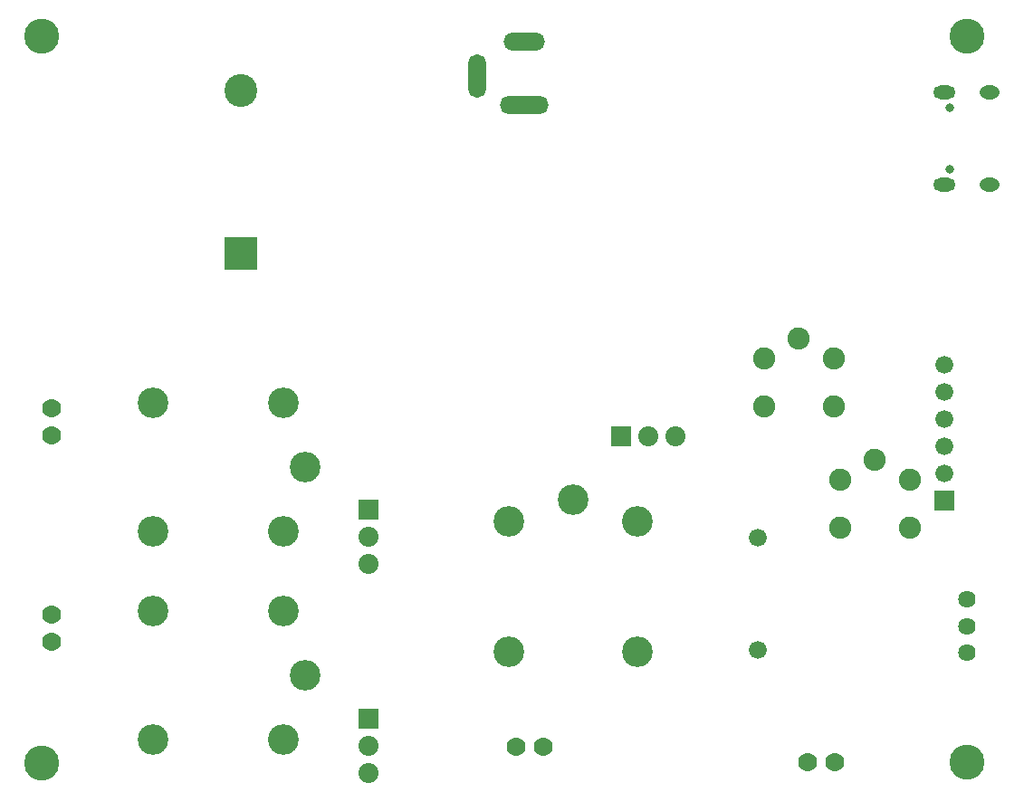
<source format=gbr>
%TF.GenerationSoftware,KiCad,Pcbnew,9.0.1*%
%TF.CreationDate,2025-04-28T19:38:50-07:00*%
%TF.ProjectId,rev0A,72657630-412e-46b6-9963-61645f706362,rev?*%
%TF.SameCoordinates,Original*%
%TF.FileFunction,Soldermask,Bot*%
%TF.FilePolarity,Negative*%
%FSLAX46Y46*%
G04 Gerber Fmt 4.6, Leading zero omitted, Abs format (unit mm)*
G04 Created by KiCad (PCBNEW 9.0.1) date 2025-04-28 19:38:50*
%MOMM*%
%LPD*%
G01*
G04 APERTURE LIST*
G04 Aperture macros list*
%AMRoundRect*
0 Rectangle with rounded corners*
0 $1 Rounding radius*
0 $2 $3 $4 $5 $6 $7 $8 $9 X,Y pos of 4 corners*
0 Add a 4 corners polygon primitive as box body*
4,1,4,$2,$3,$4,$5,$6,$7,$8,$9,$2,$3,0*
0 Add four circle primitives for the rounded corners*
1,1,$1+$1,$2,$3*
1,1,$1+$1,$4,$5*
1,1,$1+$1,$6,$7*
1,1,$1+$1,$8,$9*
0 Add four rect primitives between the rounded corners*
20,1,$1+$1,$2,$3,$4,$5,0*
20,1,$1+$1,$4,$5,$6,$7,0*
20,1,$1+$1,$6,$7,$8,$9,0*
20,1,$1+$1,$8,$9,$2,$3,0*%
G04 Aperture macros list end*
%ADD10C,1.776000*%
%ADD11RoundRect,0.038000X-0.900000X-0.900000X0.900000X-0.900000X0.900000X0.900000X-0.900000X0.900000X0*%
%ADD12C,1.876000*%
%ADD13C,2.076000*%
%ADD14C,1.626000*%
%ADD15C,1.676000*%
%ADD16C,3.276000*%
%ADD17RoundRect,0.038000X0.900000X-0.900000X0.900000X0.900000X-0.900000X0.900000X-0.900000X-0.900000X0*%
%ADD18C,2.866000*%
%ADD19O,2.866000X2.866000*%
%ADD20C,0.826000*%
%ADD21O,2.076000X1.276000*%
%ADD22O,1.876000X1.276000*%
%ADD23O,4.576000X1.676000*%
%ADD24O,3.876000X1.676000*%
%ADD25O,1.676000X4.076000*%
%ADD26RoundRect,0.038000X-1.500000X1.500000X-1.500000X-1.500000X1.500000X-1.500000X1.500000X1.500000X0*%
%ADD27C,3.076000*%
G04 APERTURE END LIST*
D10*
%TO.C,J3*%
X153140000Y-131472500D03*
X155680000Y-131472500D03*
%TD*%
D11*
%TO.C,Q1*%
X139380000Y-109340000D03*
D12*
X139380000Y-111880000D03*
X139380000Y-114420000D03*
%TD*%
D13*
%TO.C,SW2*%
X182830000Y-99670000D03*
X176330000Y-99670000D03*
X182830000Y-95180000D03*
X176330000Y-95180000D03*
X179580000Y-93320000D03*
%TD*%
D14*
%TO.C,J4*%
X195280000Y-122700000D03*
X195280000Y-120200000D03*
X195280000Y-117700000D03*
%TD*%
D15*
%TO.C,R5*%
X175780000Y-122450000D03*
X175780000Y-111950000D03*
%TD*%
D16*
%TO.C,REF\u002A\u002A*%
X108800000Y-133000000D03*
%TD*%
D17*
%TO.C,Q3*%
X162980000Y-102400000D03*
D12*
X165520000Y-102400000D03*
X168060000Y-102400000D03*
%TD*%
D16*
%TO.C,REF\u002A\u002A*%
X108800000Y-65000000D03*
%TD*%
D18*
%TO.C,K2*%
X131380000Y-118800000D03*
D19*
X131380000Y-130800000D03*
D18*
X133380000Y-124800000D03*
X119180000Y-130800000D03*
X119180000Y-118800000D03*
%TD*%
D11*
%TO.C,Q2*%
X139380000Y-128840000D03*
D12*
X139380000Y-131380000D03*
X139380000Y-133920000D03*
%TD*%
D16*
%TO.C,REF\u002A\u002A*%
X195300000Y-65000000D03*
%TD*%
D20*
%TO.C,USBC1*%
X193717500Y-77500000D03*
X193717500Y-71700000D03*
D21*
X193217500Y-78930000D03*
X193217500Y-70270000D03*
D22*
X197397500Y-78930000D03*
X197397500Y-70270000D03*
%TD*%
D17*
%TO.C,J7*%
X193180000Y-108450000D03*
D15*
X193180000Y-105910000D03*
X193180000Y-103370000D03*
X193180000Y-100830000D03*
X193180000Y-98290000D03*
X193180000Y-95750000D03*
%TD*%
D13*
%TO.C,SW1*%
X189930000Y-110970000D03*
X183430000Y-110970000D03*
X189930000Y-106480000D03*
X183430000Y-106480000D03*
X186680000Y-104620000D03*
%TD*%
D16*
%TO.C,REF\u002A\u002A*%
X195300000Y-132900000D03*
%TD*%
D23*
%TO.C,DC1*%
X153917500Y-71482500D03*
D24*
X153917500Y-65522500D03*
D25*
X149517500Y-68772500D03*
%TD*%
D10*
%TO.C,J5*%
X180440000Y-132900000D03*
X182980000Y-132900000D03*
%TD*%
%TO.C,J1*%
X109680000Y-99830000D03*
X109680000Y-102370000D03*
%TD*%
D18*
%TO.C,K3*%
X152480000Y-110400000D03*
D19*
X164480000Y-110400000D03*
D18*
X158480000Y-108400000D03*
X164480000Y-122600000D03*
X152480000Y-122600000D03*
%TD*%
D26*
%TO.C,D1*%
X127400000Y-85370000D03*
D27*
X127400000Y-70130000D03*
%TD*%
D18*
%TO.C,K1*%
X131380000Y-99300000D03*
D19*
X131380000Y-111300000D03*
D18*
X133380000Y-105300000D03*
X119180000Y-111300000D03*
X119180000Y-99300000D03*
%TD*%
D10*
%TO.C,J2*%
X109680000Y-119100000D03*
X109680000Y-121640000D03*
%TD*%
M02*

</source>
